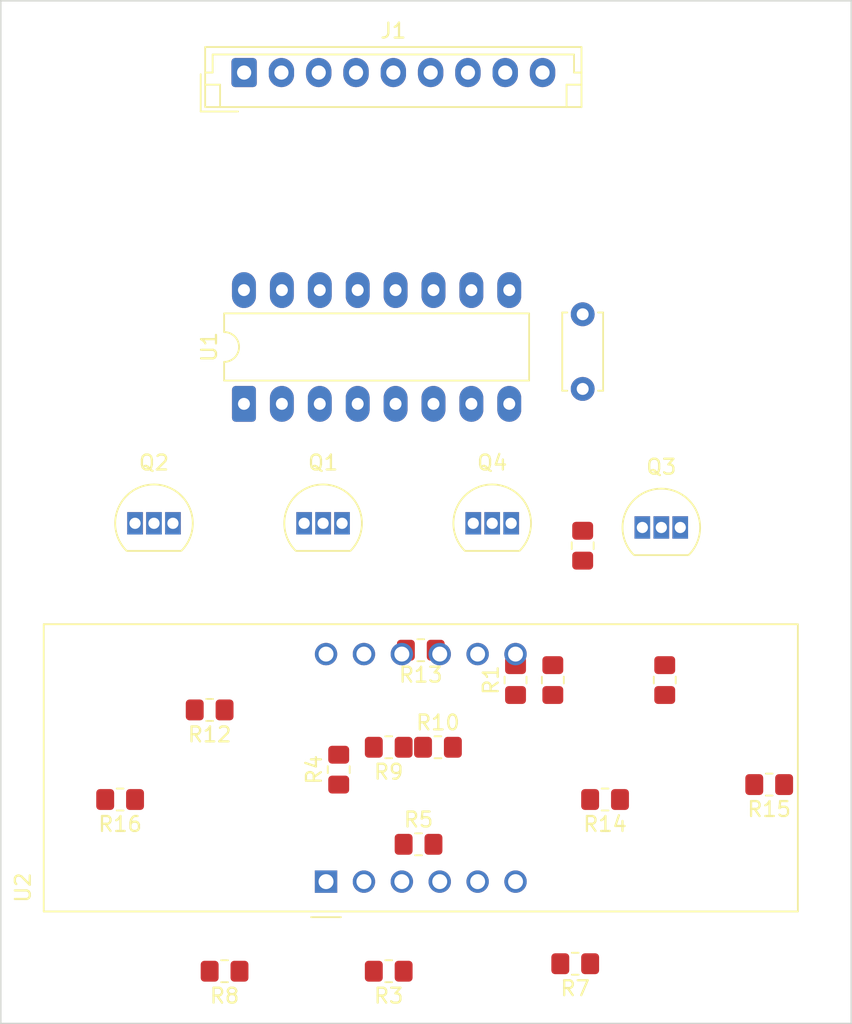
<source format=kicad_pcb>
(kicad_pcb (version 20241229) (generator "pcbnew") (generator_version "9.0")
  (layers (0 "F.Cu" signal) (2 "B.Cu" signal) (13 "F.Paste" user) (15 "B.Paste" user) (5 "F.SilkS" user "F.Silkscreen") (7 "B.SilkS" user "B.Silkscreen") (1 "F.Mask" user) (3 "B.Mask" user) (25 "Edge.Cuts" user))
  (net 0 "")
  (net 1 "+3.3V")
  (net 2 "GND")
  (net 3 "/D4 EN")
  (net 4 "/DS {slash} SER")
  (net 5 "/D3 EN")
  (net 6 "/D2 EN")
  (net 7 "/SHCP {slash} CLK")
  (net 8 "/STCP {slash} LATCH")
  (net 9 "/D1 EN")
  (net 10 "Net-(Q1-C)")
  (net 11 "Net-(Q1-B)")
  (net 12 "Net-(Q2-B)")
  (net 13 "Net-(Q2-C)")
  (net 14 "Net-(Q3-C)")
  (net 15 "Net-(Q3-B)")
  (net 16 "Net-(Q4-C)")
  (net 17 "Net-(Q4-B)")
  (net 18 "Net-(U2-a)")
  (net 19 "Net-(U1-QA)")
  (net 20 "Net-(U1-QB)")
  (net 21 "Net-(U2-b)")
  (net 22 "Net-(U1-QC)")
  (net 23 "Net-(U2-c)")
  (net 24 "Net-(U2-d)")
  (net 25 "Net-(U1-QD)")
  (net 26 "Net-(U1-QE)")
  (net 27 "Net-(U2-e)")
  (net 28 "Net-(U2-f)")
  (net 29 "Net-(U1-QF)")
  (net 30 "Net-(U2-g)")
  (net 31 "Net-(U1-QG)")
  (net 32 "Net-(U2-DPX)")
  (net 33 "Net-(U1-QH)")
  (net 34 "Net-(U2-CC1)")
  (net 35 "Net-(U2-CC2)")
  (net 36 "Net-(U2-CC3)")
  (net 37 "Net-(U2-CC4)")
  (footprint "Resistor_SMD:R_0805_2012Metric_Pad1.20x1.40mm_HandSolder" (layer "F.Cu") (at 178.15 75 180)
    (property "Reference" "R13" (at 0 -1.65 180) (layer "F.SilkS"))
    (property "Value" "1K")
    (fp_line (start -0.227064 0.735) (end 0.227064 0.735) (stroke (width 0.12)) (layer "F.SilkS"))
    (fp_line (start -0.227064 -0.735) (end 0.227064 -0.735) (stroke (width 0.12)) (layer "F.SilkS"))
    (pad "1" smd roundrect (at -1 0 180) (size 1.2 1.4) (layers "F.Cu" "F.Mask" "F.Paste") (roundrect_rratio 0.208333) (net 9 "/D1 EN"))
    (pad "2" smd roundrect (at 1 0 180) (size 1.2 1.4) (layers "F.Cu" "F.Mask" "F.Paste") (roundrect_rratio 0.208333) (net 11 "Net-(Q1-B)"))
  )
  (footprint "Package_TO_SOT_THT:TO-92_Inline" (layer "F.Cu") (at 159 66.5)
    (property "Reference" "Q2" (at 1.27 -4.06 0) (layer "F.SilkS"))
    (property "Value" "BC547")
    (fp_line (start -0.53 1.85) (end 3.07 1.85) (stroke (width 0.12)) (layer "F.SilkS"))
    (fp_arc (start -0.568478 1.838478) (mid -1.132087 -0.994977) (end 1.27 -2.6) (stroke (width 0.12)) (layer "F.SilkS"))
    (fp_arc (start 1.27 -2.6) (mid 3.672087 -0.994977) (end 3.108478 1.838478) (stroke (width 0.12)) (layer "F.SilkS"))
    (pad "1" thru_hole rect (at 0 0) (size 1.05 1.5) (drill 0.75) (layers "*.Cu" "*.Mask") (net 13 "Net-(Q2-C)"))
    (pad "2" thru_hole custom (at 1.27 0) (size 1.05 1.5) (drill oval 0.75) (layers "*.Cu" "*.Mask") (net 12 "Net-(Q2-B)") (options (clearance outline) (anchor rect)) (primitives))
    (pad "3" thru_hole custom (at 2.54 0) (size 1.05 1.5) (drill 0.75) (layers "*.Cu" "*.Mask") (net 2 "GND") (options (clearance outline) (anchor rect)) (primitives))
  )
  (footprint "Package_TO_SOT_THT:TO-92_Inline" (layer "F.Cu") (at 193 66.78)
    (property "Reference" "Q3" (at 1.27 -4.06 0) (layer "F.SilkS"))
    (property "Value" "BC547")
    (fp_line (start -0.53 1.85) (end 3.07 1.85) (stroke (width 0.12)) (layer "F.SilkS"))
    (fp_arc (start -0.568478 1.838478) (mid -1.132087 -0.994977) (end 1.27 -2.6) (stroke (width 0.12)) (layer "F.SilkS"))
    (fp_arc (start 1.27 -2.6) (mid 3.672087 -0.994977) (end 3.108478 1.838478) (stroke (width 0.12)) (layer "F.SilkS"))
    (pad "1" thru_hole rect (at 0 0) (size 1.05 1.5) (drill 0.75) (layers "*.Cu" "*.Mask") (net 14 "Net-(Q3-C)"))
    (pad "2" thru_hole custom (at 1.27 0) (size 1.05 1.5) (drill 0.75) (layers "*.Cu" "*.Mask") (net 15 "Net-(Q3-B)") (options (clearance outline) (anchor rect)) (primitives))
    (pad "3" thru_hole custom (at 2.54 0) (size 1.05 1.5) (drill 0.75) (layers "*.Cu" "*.Mask") (net 2 "GND") (options (clearance outline) (anchor rect)) (primitives))
  )
  (footprint "Capacitor_THT:C_Disc_D5.0mm_W2.5mm_P5.00mm" (layer "F.Cu") (at 189 57.5 90)
    (property "Reference" "C1" (hide yes))
    (property "Value" "100nF")
    (fp_line (start 5.12 -1.37) (end 5.12 -1.033) (stroke (width 0.12)) (layer "F.SilkS"))
    (fp_line (start -0.12 -1.37) (end 5.12 -1.37) (stroke (width 0.12)) (layer "F.SilkS"))
    (fp_line (start -0.12 -1.033) (end -0.12 -1.37) (stroke (width 0.12)) (layer "F.SilkS"))
    (fp_line (start 5.12 1.033) (end 5.12 1.37) (stroke (width 0.12)) (layer "F.SilkS"))
    (fp_line (start 5.12 1.37) (end -0.12 1.37) (stroke (width 0.12)) (layer "F.SilkS"))
    (fp_line (start -0.12 1.37) (end -0.12 1.033) (stroke (width 0.12)) (layer "F.SilkS"))
    (pad "1" thru_hole circle (at 0 0 90) (size 1.6 1.6) (drill 0.8) (layers "*.Cu" "*.Mask") (net 2 "GND"))
    (pad "2" thru_hole circle (at 5 0 90) (size 1.6 1.6) (drill 0.8) (layers "*.Cu" "*.Mask") (net 1 "+3.3V"))
  )
  (footprint "Resistor_SMD:R_0805_2012Metric_Pad1.20x1.40mm_HandSolder" (layer "F.Cu") (at 176 81.5 180)
    (property "Reference" "R9" (at 0 -1.65 180) (layer "F.SilkS"))
    (property "Value" "220")
    (fp_line (start -0.227064 0.735) (end 0.227064 0.735) (stroke (width 0.12)) (layer "F.SilkS"))
    (fp_line (start -0.227064 -0.735) (end 0.227064 -0.735) (stroke (width 0.12)) (layer "F.SilkS"))
    (pad "1" smd roundrect (at -1 0 180) (size 1.2 1.4) (layers "F.Cu" "F.Mask" "F.Paste") (roundrect_rratio 0.208333) (net 34 "Net-(U2-CC1)"))
    (pad "2" smd roundrect (at 1 0 180) (size 1.2 1.4) (layers "F.Cu" "F.Mask" "F.Paste") (roundrect_rratio 0.208333) (net 10 "Net-(Q1-C)"))
  )
  (footprint "Resistor_SMD:R_0805_2012Metric_Pad1.20x1.40mm_HandSolder" (layer "F.Cu") (at 201.5 84 180)
    (property "Reference" "R15" (at 0 -1.65 180) (layer "F.SilkS"))
    (property "Value" "1K")
    (fp_line (start -0.227064 0.735) (end 0.227064 0.735) (stroke (width 0.12)) (layer "F.SilkS"))
    (fp_line (start -0.227064 -0.735) (end 0.227064 -0.735) (stroke (width 0.12)) (layer "F.SilkS"))
    (pad "1" smd roundrect (at -1 0 180) (size 1.2 1.4) (layers "F.Cu" "F.Mask" "F.Paste") (roundrect_rratio 0.208333) (net 5 "/D3 EN"))
    (pad "2" smd roundrect (at 1 0 180) (size 1.2 1.4) (layers "F.Cu" "F.Mask" "F.Paste") (roundrect_rratio 0.208333) (net 15 "Net-(Q3-B)"))
  )
  (footprint "Resistor_SMD:R_0805_2012Metric_Pad1.20x1.40mm_HandSolder" (layer "F.Cu") (at 189 68 -90)
    (property "Reference" "R11" (hide yes))
    (property "Value" "220")
    (fp_line (start -0.227064 0.735) (end 0.227064 0.735) (stroke (width 0.12)) (layer "F.SilkS"))
    (fp_line (start -0.227064 -0.735) (end 0.227064 -0.735) (stroke (width 0.12)) (layer "F.SilkS"))
    (pad "1" smd roundrect (at -1 0 270) (size 1.2 1.4) (layers "F.Cu" "F.Mask" "F.Paste") (roundrect_rratio 0.208333) (net 36 "Net-(U2-CC3)"))
    (pad "2" smd roundrect (at 1 0 270) (size 1.2 1.4) (layers "F.Cu" "F.Mask" "F.Paste") (roundrect_rratio 0.208333) (net 14 "Net-(Q3-C)"))
  )
  (footprint "Package_DIP:CERDIP-16_W7.62mm_SideBrazed_LongPads" (layer "F.Cu") (at 166.3 58.5 90)
    (property "Reference" "U1" (at 3.81 -2.33 90) (layer "F.SilkS"))
    (property "Value" "74HC595")
    (fp_line (start 6.06 -1.33) (end 4.81 -1.33) (stroke (width 0.12)) (layer "F.SilkS"))
    (fp_line (start 2.81 -1.33) (end 1.56 -1.33) (stroke (width 0.12)) (layer "F.SilkS"))
    (fp_line (start 1.56 -1.33) (end 1.56 19.11) (stroke (width 0.12)) (layer "F.SilkS"))
    (fp_line (start 6.06 19.11) (end 6.06 -1.33) (stroke (width 0.12)) (layer "F.SilkS"))
    (fp_line (start 1.56 19.11) (end 6.06 19.11) (stroke (width 0.12)) (layer "F.SilkS"))
    (fp_arc (start 4.81 -1.33) (mid 3.81 -0.33) (end 2.81 -1.33) (stroke (width 0.12)) (layer "F.SilkS"))
    (pad "1" thru_hole roundrect (at 0 0 90) (size 2.4 1.6) (drill 0.8) (layers "*.Cu" "*.Mask") (roundrect_rratio 0.15625) (net 20 "Net-(U1-QB)"))
    (pad "2" thru_hole oval (at 0 2.54 90) (size 2.4 1.6) (drill 0.8) (layers "*.Cu" "*.Mask") (net 22 "Net-(U1-QC)"))
    (pad "3" thru_hole oval (at 0 5.08 90) (size 2.4 1.6) (drill 0.8) (layers "*.Cu" "*.Mask") (net 25 "Net-(U1-QD)"))
    (pad "4" thru_hole oval (at 0 7.62 90) (size 2.4 1.6) (drill 0.8) (layers "*.Cu" "*.Mask") (net 26 "Net-(U1-QE)"))
    (pad "5" thru_hole oval (at 0 10.16 90) (size 2.4 1.6) (drill 0.8) (layers "*.Cu" "*.Mask") (net 29 "Net-(U1-QF)"))
    (pad "6" thru_hole oval (at 0 12.7 90) (size 2.4 1.6) (drill 0.8) (layers "*.Cu" "*.Mask") (net 31 "Net-(U1-QG)"))
    (pad "7" thru_hole oval (at 0 15.24 90) (size 2.4 1.6) (drill 0.8) (layers "*.Cu" "*.Mask") (net 33 "Net-(U1-QH)"))
    (pad "8" thru_hole oval (at 0 17.78 90) (size 2.4 1.6) (drill 0.8) (layers "*.Cu" "*.Mask") (net 2 "GND"))
    (pad "9" thru_hole oval (at 7.62 17.78 90) (size 2.4 1.6) (drill 0.8) (layers "*.Cu" "*.Mask"))
    (pad "10" thru_hole oval (at 7.62 15.24 90) (size 2.4 1.6) (drill 0.8) (layers "*.Cu" "*.Mask") (net 1 "+3.3V"))
    (pad "11" thru_hole oval (at 7.62 12.7 90) (size 2.4 1.6) (drill 0.8) (layers "*.Cu" "*.Mask") (net 7 "/SHCP {slash} CLK"))
    (pad "12" thru_hole oval (at 7.62 10.16 90) (size 2.4 1.6) (drill 0.8) (layers "*.Cu" "*.Mask") (net 8 "/STCP {slash} LATCH"))
    (pad "13" thru_hole oval (at 7.62 7.62 90) (size 2.4 1.6) (drill 0.8) (layers "*.Cu" "*.Mask") (net 2 "GND"))
    (pad "14" thru_hole oval (at 7.62 5.08 90) (size 2.4 1.6) (drill 0.8) (layers "*.Cu" "*.Mask") (net 4 "/DS {slash} SER"))
    (pad "15" thru_hole oval (at 7.62 2.54 90) (size 2.4 1.6) (drill 0.8) (layers "*.Cu" "*.Mask") (net 19 "Net-(U1-QA)"))
    (pad "16" thru_hole oval (at 7.62 0 90) (size 2.4 1.6) (drill 0.8) (layers "*.Cu" "*.Mask") (net 1 "+3.3V"))
  )
  (footprint "Resistor_SMD:R_0805_2012Metric_Pad1.20x1.40mm_HandSolder" (layer "F.Cu") (at 158 85 180)
    (property "Reference" "R16" (at 0 -1.65 180) (layer "F.SilkS"))
    (property "Value" "1K")
    (fp_line (start -0.227064 0.735) (end 0.227064 0.735) (stroke (width 0.12)) (layer "F.SilkS"))
    (fp_line (start -0.227064 -0.735) (end 0.227064 -0.735) (stroke (width 0.12)) (layer "F.SilkS"))
    (pad "1" smd roundrect (at -1 0 180) (size 1.2 1.4) (layers "F.Cu" "F.Mask" "F.Paste") (roundrect_rratio 0.208333) (net 3 "/D4 EN"))
    (pad "2" smd roundrect (at 1 0 180) (size 1.2 1.4) (layers "F.Cu" "F.Mask" "F.Paste") (roundrect_rratio 0.208333) (net 12 "Net-(Q2-B)"))
  )
  (footprint "Resistor_SMD:R_0805_2012Metric_Pad1.20x1.40mm_HandSolder" (layer "F.Cu") (at 164 79 180)
    (property "Reference" "R12" (at 0 -1.65 180) (layer "F.SilkS"))
    (property "Value" "220")
    (fp_line (start -0.227064 0.735) (end 0.227064 0.735) (stroke (width 0.12)) (layer "F.SilkS"))
    (fp_line (start -0.227064 -0.735) (end 0.227064 -0.735) (stroke (width 0.12)) (layer "F.SilkS"))
    (pad "1" smd roundrect (at -1 0 180) (size 1.2 1.4) (layers "F.Cu" "F.Mask" "F.Paste") (roundrect_rratio 0.208333) (net 37 "Net-(U2-CC4)"))
    (pad "2" smd roundrect (at 1 0 180) (size 1.2 1.4) (layers "F.Cu" "F.Mask" "F.Paste") (roundrect_rratio 0.208333) (net 13 "Net-(Q2-C)"))
  )
  (footprint "Resistor_SMD:R_0805_2012Metric_Pad1.20x1.40mm_HandSolder" (layer "F.Cu") (at 178 88)
    (property "Reference" "R5" (at 0 -1.65 0) (layer "F.SilkS"))
    (property "Value" "330")
    (fp_line (start -0.227064 -0.735) (end 0.227064 -0.735) (stroke (width 0.12)) (layer "F.SilkS"))
    (fp_line (start -0.227064 0.735) (end 0.227064 0.735) (stroke (width 0.12)) (layer "F.SilkS"))
    (pad "1" smd roundrect (at -1 0) (size 1.2 1.4) (layers "F.Cu" "F.Mask" "F.Paste") (roundrect_rratio 0.208333) (net 26 "Net-(U1-QE)"))
    (pad "2" smd roundrect (at 1 0) (size 1.2 1.4) (layers "F.Cu" "F.Mask" "F.Paste") (roundrect_rratio 0.208333) (net 27 "Net-(U2-e)"))
  )
  (footprint "Resistor_SMD:R_0805_2012Metric_Pad1.20x1.40mm_HandSolder" (layer "F.Cu") (at 194.5 77 90)
    (property "Reference" "R2" (hide yes))
    (property "Value" "330")
    (fp_line (start -0.227064 -0.735) (end 0.227064 -0.735) (stroke (width 0.12)) (layer "F.SilkS"))
    (fp_line (start -0.227064 0.735) (end 0.227064 0.735) (stroke (width 0.12)) (layer "F.SilkS"))
    (pad "1" smd roundrect (at -1 0 90) (size 1.2 1.4) (layers "F.Cu" "F.Mask" "F.Paste") (roundrect_rratio 0.208333) (net 20 "Net-(U1-QB)"))
    (pad "2" smd roundrect (at 1 0 90) (size 1.2 1.4) (layers "F.Cu" "F.Mask" "F.Paste") (roundrect_rratio 0.208333) (net 21 "Net-(U2-b)"))
  )
  (footprint "Display_7Segment:CA56-12EWA" (layer "F.Cu") (at 171.8 90.5 90)
    (property "Reference" "U2" (at -0.4 -20.31 90) (layer "F.SilkS"))
    (property "Value" "CC56-12EWA")
    (fp_line (start -2 -18.92) (end 17.24 -18.92) (stroke (width 0.12)) (layer "F.SilkS"))
    (fp_line (start -2 -18.92) (end -2 31.62) (stroke (width 0.12)) (layer "F.SilkS"))
    (fp_line (start -2.38 -1) (end -2.38 1) (stroke (width 0.12)) (layer "F.SilkS"))
    (fp_line (start 17.24 31.62) (end 17.24 -18.92) (stroke (width 0.12)) (layer "F.SilkS"))
    (fp_line (start -2 31.62) (end 17.24 31.62) (stroke (width 0.12)) (layer "F.SilkS"))
    (pad "1" thru_hole rect (at 0 0 90) (size 1.5 1.5) (drill 1) (layers "*.Cu" "*.Mask") (net 27 "Net-(U2-e)"))
    (pad "2" thru_hole circle (at 0 2.54 90) (size 1.5 1.5) (drill 1) (layers "*.Cu" "*.Mask") (net 24 "Net-(U2-d)"))
    (pad "3" thru_hole circle (at 0 5.08 90) (size 1.5 1.5) (drill 1) (layers "*.Cu" "*.Mask") (net 32 "Net-(U2-DPX)"))
    (pad "4" thru_hole circle (at 0 7.62 90) (size 1.5 1.5) (drill 1) (layers "*.Cu" "*.Mask") (net 23 "Net-(U2-c)"))
    (pad "5" thru_hole circle (at 0 10.16 90) (size 1.5 1.5) (drill 1) (layers "*.Cu" "*.Mask") (net 30 "Net-(U2-g)"))
    (pad "6" thru_hole circle (at 0 12.7 90) (size 1.5 1.5) (drill 1) (layers "*.Cu" "*.Mask") (net 37 "Net-(U2-CC4)"))
    (pad "7" thru_hole circle (at 15.24 12.7 90) (size 1.5 1.5) (drill 1) (layers "*.Cu" "*.Mask") (net 21 "Net-(U2-b)"))
    (pad "8" thru_hole circle (at 15.24 10.16 90) (size 1.5 1.5) (drill 1) (layers "*.Cu" "*.Mask") (net 36 "Net-(U2-CC3)"))
    (pad "9" thru_hole circle (at 15.24 7.62 90) (size 1.5 1.5) (drill 1) (layers "*.Cu" "*.Mask") (net 35 "Net-(U2-CC2)"))
    (pad "10" thru_hole circle (at 15.24 5.08 90) (size 1.5 1.5) (drill 1) (layers "*.Cu" "*.Mask") (net 28 "Net-(U2-f)"))
    (pad "11" thru_hole circle (at 15.24 2.54 90) (size 1.5 1.5) (drill 1) (layers "*.Cu" "*.Mask") (net 18 "Net-(U2-a)"))
    (pad "12" thru_hole circle (at 15.24 0 90) (size 1.5 1.5) (drill 1) (layers "*.Cu" "*.Mask") (net 34 "Net-(U2-CC1)"))
  )
  (footprint "Resistor_SMD:R_0805_2012Metric_Pad1.20x1.40mm_HandSolder" (layer "F.Cu") (at 188.5 96 180)
    (property "Reference" "R7" (at 0 -1.65 180) (layer "F.SilkS"))
    (property "Value" "330")
    (fp_line (start -0.227064 0.735) (end 0.227064 0.735) (stroke (width 0.12)) (layer "F.SilkS"))
    (fp_line (start -0.227064 -0.735) (end 0.227064 -0.735) (stroke (width 0.12)) (layer "F.SilkS"))
    (pad "1" smd roundrect (at -1 0 180) (size 1.2 1.4) (layers "F.Cu" "F.Mask" "F.Paste") (roundrect_rratio 0.208333) (net 31 "Net-(U1-QG)"))
    (pad "2" smd roundrect (at 1 0 180) (size 1.2 1.4) (layers "F.Cu" "F.Mask" "F.Paste") (roundrect_rratio 0.208333) (net 30 "Net-(U2-g)"))
  )
  (footprint "Resistor_SMD:R_0805_2012Metric_Pad1.20x1.40mm_HandSolder" (layer "F.Cu") (at 165 96.5 180)
    (property "Reference" "R8" (at 0 -1.65 180) (layer "F.SilkS"))
    (property "Value" "330")
    (fp_line (start -0.227064 0.735) (end 0.227064 0.735) (stroke (width 0.12)) (layer "F.SilkS"))
    (fp_line (start -0.227064 -0.735) (end 0.227064 -0.735) (stroke (width 0.12)) (layer "F.SilkS"))
    (pad "1" smd roundrect (at -1 0 180) (size 1.2 1.4) (layers "F.Cu" "F.Mask" "F.Paste") (roundrect_rratio 0.208333) (net 33 "Net-(U1-QH)"))
    (pad "2" smd roundrect (at 1 0 180) (size 1.2 1.4) (layers "F.Cu" "F.Mask" "F.Paste") (roundrect_rratio 0.208333) (net 32 "Net-(U2-DPX)"))
  )
  (footprint "Resistor_SMD:R_0805_2012Metric_Pad1.20x1.40mm_HandSolder" (layer "F.Cu") (at 184.5 77 90)
    (property "Reference" "R1" (at 0 -1.65 90) (layer "F.SilkS"))
    (property "Value" "330")
    (fp_line (start -0.227064 -0.735) (end 0.227064 -0.735) (stroke (width 0.12)) (layer "F.SilkS"))
    (fp_line (start -0.227064 0.735) (end 0.227064 0.735) (stroke (width 0.12)) (layer "F.SilkS"))
    (pad "1" smd roundrect (at -1 0 90) (size 1.2 1.4) (layers "F.Cu" "F.Mask" "F.Paste") (roundrect_rratio 0.208333) (net 19 "Net-(U1-QA)"))
    (pad "2" smd roundrect (at 1 0 90) (size 1.2 1.4) (layers "F.Cu" "F.Mask" "F.Paste") (roundrect_rratio 0.208333) (net 18 "Net-(U2-a)"))
  )
  (footprint "Resistor_SMD:R_0805_2012Metric_Pad1.20x1.40mm_HandSolder" (layer "F.Cu") (at 187 77 90)
    (property "Reference" "R6" (hide yes))
    (property "Value" "330")
    (fp_line (start -0.227064 -0.735) (end 0.227064 -0.735) (stroke (width 0.12)) (layer "F.SilkS"))
    (fp_line (start -0.227064 0.735) (end 0.227064 0.735) (stroke (width 0.12)) (layer "F.SilkS"))
    (pad "1" smd roundrect (at -1 0 90) (size 1.2 1.4) (layers "F.Cu" "F.Mask" "F.Paste") (roundrect_rratio 0.208333) (net 29 "Net-(U1-QF)"))
    (pad "2" smd roundrect (at 1 0 90) (size 1.2 1.4) (layers "F.Cu" "F.Mask" "F.Paste") (roundrect_rratio 0.208333) (net 28 "Net-(U2-f)"))
  )
  (footprint "Resistor_SMD:R_0805_2012Metric_Pad1.20x1.40mm_HandSolder" (layer "F.Cu") (at 179.3 81.5)
    (property "Reference" "R10" (at 0 -1.65 0) (layer "F.SilkS"))
    (property "Value" "220")
    (fp_line (start -0.227064 -0.735) (end 0.227064 -0.735) (stroke (width 0.12)) (layer "F.SilkS"))
    (fp_line (start -0.227064 0.735) (end 0.227064 0.735) (stroke (width 0.12)) (layer "F.SilkS"))
    (pad "1" smd roundrect (at -1 0) (size 1.2 1.4) (layers "F.Cu" "F.Mask" "F.Paste") (roundrect_rratio 0.208333) (net 35 "Net-(U2-CC2)"))
    (pad "2" smd roundrect (at 1 0) (size 1.2 1.4) (layers "F.Cu" "F.Mask" "F.Paste") (roundrect_rratio 0.208333) (net 16 "Net-(Q4-C)"))
  )
  (footprint "Package_TO_SOT_THT:TO-92_Inline" (layer "F.Cu") (at 181.666667 66.5)
    (property "Reference" "Q4" (at 1.27 -4.06 0) (layer "F.SilkS"))
    (property "Value" "BC547")
    (fp_line (start -0.53 1.85) (end 3.07 1.85) (stroke (width 0.12)) (layer "F.SilkS"))
    (fp_arc (start -0.568478 1.838478) (mid -1.132087 -0.994977) (end 1.27 -2.6) (stroke (width 0.12)) (layer "F.SilkS"))
    (fp_arc (start 1.27 -2.6) (mid 3.672087 -0.994977) (end 3.108478 1.838478) (stroke (width 0.12)) (layer "F.SilkS"))
    (pad "1" thru_hole rect (at 0 0) (size 1.05 1.5) (drill 0.75) (layers "*.Cu" "*.Mask") (net 16 "Net-(Q4-C)"))
    (pad "2" thru_hole custom (at 1.27 0) (size 1.05 1.5) (drill 0.75) (layers "*.Cu" "*.Mask") (net 17 "Net-(Q4-B)") (options (clearance outline) (anchor rect)) (primitives))
    (pad "3" thru_hole custom (at 2.54 0) (size 1.05 1.5) (drill 0.75) (layers "*.Cu" "*.Mask") (net 2 "GND") (options (clearance outline) (anchor rect)) (primitives))
  )
  (footprint "Resistor_SMD:R_0805_2012Metric_Pad1.20x1.40mm_HandSolder" (layer "F.Cu") (at 176 96.5 180)
    (property "Reference" "R3" (at 0 -1.65 180) (layer "F.SilkS"))
    (property "Value" "330")
    (fp_line (start -0.227064 0.735) (end 0.227064 0.735) (stroke (width 0.12)) (layer "F.SilkS"))
    (fp_line (start -0.227064 -0.735) (end 0.227064 -0.735) (stroke (width 0.12)) (layer "F.SilkS"))
    (pad "1" smd roundrect (at -1 0 180) (size 1.2 1.4) (layers "F.Cu" "F.Mask" "F.Paste") (roundrect_rratio 0.208333) (net 22 "Net-(U1-QC)"))
    (pad "2" smd roundrect (at 1 0 180) (size 1.2 1.4) (layers "F.Cu" "F.Mask" "F.Paste") (roundrect_rratio 0.208333) (net 23 "Net-(U2-c)"))
  )
  (footprint "Resistor_SMD:R_0805_2012Metric_Pad1.20x1.40mm_HandSolder" (layer "F.Cu") (at 190.5 85 180)
    (property "Reference" "R14" (at 0 -1.65 180) (layer "F.SilkS"))
    (property "Value" "1K")
    (fp_line (start -0.227064 0.735) (end 0.227064 0.735) (stroke (width 0.12)) (layer "F.SilkS"))
    (fp_line (start -0.227064 -0.735) (end 0.227064 -0.735) (stroke (width 0.12)) (layer "F.SilkS"))
    (pad "1" smd roundrect (at -1 0 180) (size 1.2 1.4) (layers "F.Cu" "F.Mask" "F.Paste") (roundrect_rratio 0.208333) (net 6 "/D2 EN"))
    (pad "2" smd roundrect (at 1 0 180) (size 1.2 1.4) (layers "F.Cu" "F.Mask" "F.Paste") (roundrect_rratio 0.208333) (net 17 "Net-(Q4-B)"))
  )
  (footprint "Package_TO_SOT_THT:TO-92_Inline" (layer "F.Cu") (at 170.333333 66.5)
    (property "Reference" "Q1" (at 1.27 -4.06 0) (layer "F.SilkS"))
    (property "Value" "BC547")
    (fp_line (start -0.53 1.85) (end 3.07 1.85) (stroke (width 0.12)) (layer "F.SilkS"))
    (fp_arc (start -0.568478 1.838478) (mid -1.132087 -0.994977) (end 1.27 -2.6) (stroke (width 0.12)) (layer "F.SilkS"))
    (fp_arc (start 1.27 -2.6) (mid 3.672087 -0.994977) (end 3.108478 1.838478) (stroke (width 0.12)) (layer "F.SilkS"))
    (pad "1" thru_hole rect (at 0 0) (size 1.05 1.5) (drill 0.75) (layers "*.Cu" "*.Mask") (net 10 "Net-(Q1-C)"))
    (pad "2" thru_hole custom (at 1.27 0) (size 1.05 1.5) (drill 0.75) (layers "*.Cu" "*.Mask") (net 11 "Net-(Q1-B)") (options (clearance outline) (anchor rect)) (primitives))
    (pad "3" thru_hole custom (at 2.54 0) (size 1.05 1.5) (drill 0.75) (layers "*.Cu" "*.Mask") (net 2 "GND") (options (clearance outline) (anchor rect)) (primitives))
  )
  (footprint "Resistor_SMD:R_0805_2012Metric_Pad1.20x1.40mm_HandSolder" (layer "F.Cu") (at 172.65 83 90)
    (property "Reference" "R4" (at 0 -1.65 90) (layer "F.SilkS"))
    (property "Value" "330")
    (fp_line (start -0.227064 -0.735) (end 0.227064 -0.735) (stroke (width 0.12)) (layer "F.SilkS"))
    (fp_line (start -0.227064 0.735) (end 0.227064 0.735) (stroke (width 0.12)) (layer "F.SilkS"))
    (pad "1" smd roundrect (at -1 0 90) (size 1.2 1.4) (layers "F.Cu" "F.Mask" "F.Paste") (roundrect_rratio 0.208333) (net 25 "Net-(U1-QD)"))
    (pad "2" smd roundrect (at 1 0 90) (size 1.2 1.4) (layers "F.Cu" "F.Mask" "F.Paste") (roundrect_rratio 0.208333) (net 24 "Net-(U2-d)"))
  )
  (footprint "Connector_JST:JST_EH_B9B-EH-A_1x09_P2.50mm_Vertical" (layer "F.Cu") (at 166.31 36.31)
    (property "Reference" "J1" (at 10 -2.8 0) (layer "F.SilkS"))
    (property "Value" "Conn_01x09_Pin")
    (fp_line (start -2.91 0.11) (end -2.91 2.61) (stroke (width 0.12)) (layer "F.SilkS"))
    (fp_line (start -2.91 2.61) (end -0.41 2.61) (stroke (width 0.12)) (layer "F.SilkS"))
    (fp_line (start -2.61 -1.71) (end -2.61 2.31) (stroke (width 0.12)) (layer "F.SilkS"))
    (fp_line (start -2.61 0) (end -2.11 0) (stroke (width 0.12)) (layer "F.SilkS"))
    (fp_line (start -2.61 0.81) (end -1.61 0.81) (stroke (width 0.12)) (layer "F.SilkS"))
    (fp_line (start -2.61 2.31) (end 22.61 2.31) (stroke (width 0.12)) (layer "F.SilkS"))
    (fp_line (start -2.11 -1.21) (end 22.11 -1.21) (stroke (width 0.12)) (layer "F.SilkS"))
    (fp_line (start -2.11 0) (end -2.11 -1.21) (stroke (width 0.12)) (layer "F.SilkS"))
    (fp_line (start -1.61 0.81) (end -1.61 2.31) (stroke (width 0.12)) (layer "F.SilkS"))
    (fp_line (start 21.61 0.81) (end 21.61 2.31) (stroke (width 0.12)) (layer "F.SilkS"))
    (fp_line (start 22.11 -1.21) (end 22.11 0) (stroke (width 0.12)) (layer "F.SilkS"))
    (fp_line (start 22.11 0) (end 22.61 0) (stroke (width 0.12)) (layer "F.SilkS"))
    (fp_line (start 22.61 -1.71) (end -2.61 -1.71) (stroke (width 0.12)) (layer "F.SilkS"))
    (fp_line (start 22.61 0.81) (end 21.61 0.81) (stroke (width 0.12)) (layer "F.SilkS"))
    (fp_line (start 22.61 2.31) (end 22.61 -1.71) (stroke (width 0.12)) (layer "F.SilkS"))
    (pad "1" thru_hole roundrect (at 0 0) (size 1.7 1.95) (drill 0.95) (layers "*.Cu" "*.Mask") (roundrect_rratio 0.147059) (net 1 "+3.3V"))
    (pad "2" thru_hole oval (at 2.5 0) (size 1.7 1.95) (drill 0.95) (layers "*.Cu" "*.Mask") (net 2 "GND"))
    (pad "3" thru_hole oval (at 5 0) (size 1.7 1.95) (drill 0.95) (layers "*.Cu" "*.Mask") (net 4 "/DS {slash} SER"))
    (pad "4" thru_hole oval (at 7.5 0) (size 1.7 1.95) (drill 0.95) (layers "*.Cu" "*.Mask") (net 7 "/SHCP {slash} CLK"))
    (pad "5" thru_hole oval (at 10 0) (size 1.7 1.95) (drill 0.95) (layers "*.Cu" "*.Mask") (net 8 "/STCP {slash} LATCH"))
    (pad "6" thru_hole oval (at 12.5 0) (size 1.7 1.95) (drill 0.95) (layers "*.Cu" "*.Mask") (net 9 "/D1 EN"))
    (pad "7" thru_hole oval (at 15 0) (size 1.7 1.95) (drill 0.95) (layers "*.Cu" "*.Mask") (net 6 "/D2 EN"))
    (pad "8" thru_hole oval (at 17.5 0) (size 1.7 1.95) (drill 0.95) (layers "*.Cu" "*.Mask") (net 5 "/D3 EN"))
    (pad "9" thru_hole oval (at 20 0) (size 1.7 1.95) (drill 0.95) (layers "*.Cu" "*.Mask") (net 3 "/D4 EN"))
  )
  (gr_rect (start 150 31.5) (end 207 100) (stroke (width 0.1)) (fill no) (layer "Edge.Cuts"))
)
</source>
